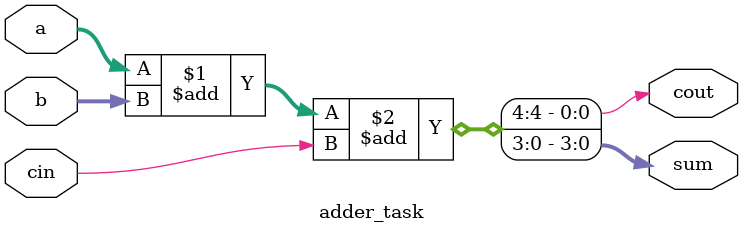
<source format=v>
module adder_task(input [3:0] a,b,input cin,output [3:0] sum,output cout);

assign {cout,sum}=a+b+cin;
endmodule

</source>
